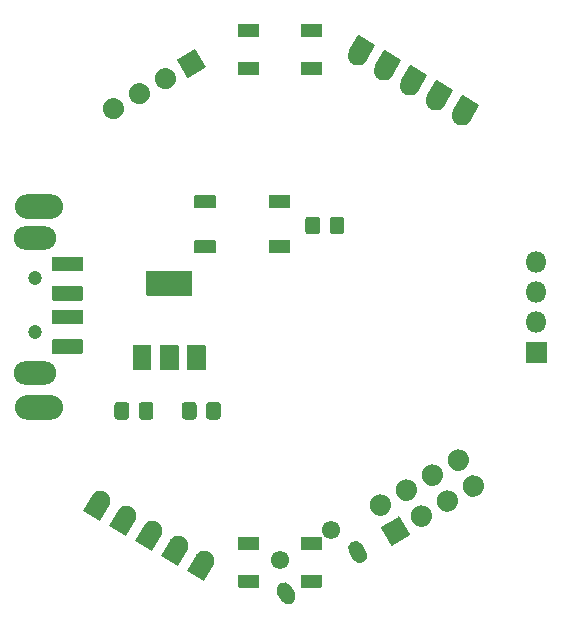
<source format=gbr>
G04 #@! TF.GenerationSoftware,KiCad,Pcbnew,5.1.9-73d0e3b20d~88~ubuntu20.10.1*
G04 #@! TF.CreationDate,2021-03-27T00:21:14+01:00*
G04 #@! TF.ProjectId,esp8266_01,65737038-3236-4365-9f30-312e6b696361,rev?*
G04 #@! TF.SameCoordinates,Original*
G04 #@! TF.FileFunction,Soldermask,Top*
G04 #@! TF.FilePolarity,Negative*
%FSLAX46Y46*%
G04 Gerber Fmt 4.6, Leading zero omitted, Abs format (unit mm)*
G04 Created by KiCad (PCBNEW 5.1.9-73d0e3b20d~88~ubuntu20.10.1) date 2021-03-27 00:21:14*
%MOMM*%
%LPD*%
G01*
G04 APERTURE LIST*
%ADD10C,0.100000*%
%ADD11C,1.552000*%
%ADD12C,1.202000*%
%ADD13O,3.602000X2.002000*%
%ADD14O,1.802000X1.802000*%
G04 APERTURE END LIST*
D10*
G36*
X205395868Y-93176684D02*
G01*
X205388571Y-93183519D01*
X205380081Y-93188798D01*
X205370724Y-93192319D01*
X205360860Y-93193948D01*
X205350868Y-93193621D01*
X205341131Y-93191351D01*
X205332024Y-93187225D01*
X203946384Y-92387225D01*
X203938257Y-92381401D01*
X203931422Y-92374104D01*
X203926143Y-92365614D01*
X203922622Y-92356257D01*
X203920993Y-92346393D01*
X203921320Y-92336401D01*
X203923590Y-92326664D01*
X203927716Y-92317557D01*
X204662716Y-91044500D01*
X204668445Y-91036505D01*
X204683178Y-91010987D01*
X204685891Y-91006781D01*
X204731620Y-90942966D01*
X204734731Y-90939046D01*
X204786495Y-90880020D01*
X204789976Y-90876423D01*
X204847276Y-90822755D01*
X204851092Y-90819517D01*
X204913377Y-90771724D01*
X204917493Y-90768877D01*
X204984161Y-90727419D01*
X204988536Y-90724987D01*
X205058948Y-90690264D01*
X205063540Y-90688273D01*
X205137016Y-90660619D01*
X205141782Y-90659088D01*
X205217615Y-90638769D01*
X205222508Y-90637711D01*
X205299967Y-90624923D01*
X205304939Y-90624351D01*
X205383279Y-90619216D01*
X205388284Y-90619134D01*
X205466750Y-90621704D01*
X205471737Y-90622112D01*
X205549574Y-90632359D01*
X205554498Y-90633255D01*
X205630956Y-90651083D01*
X205635769Y-90652458D01*
X205710111Y-90677694D01*
X205714765Y-90679533D01*
X205786275Y-90711934D01*
X205790727Y-90714220D01*
X205858717Y-90753474D01*
X205862923Y-90756187D01*
X205926738Y-90801916D01*
X205930658Y-90805027D01*
X205989684Y-90856791D01*
X205993281Y-90860272D01*
X206046949Y-90917572D01*
X206050187Y-90921388D01*
X206097980Y-90983673D01*
X206100827Y-90987789D01*
X206142285Y-91054457D01*
X206144717Y-91058832D01*
X206179440Y-91129244D01*
X206181431Y-91133836D01*
X206209085Y-91207312D01*
X206210616Y-91212078D01*
X206230935Y-91287911D01*
X206231993Y-91292804D01*
X206244781Y-91370263D01*
X206245353Y-91375235D01*
X206250488Y-91453575D01*
X206250570Y-91458580D01*
X206248000Y-91537046D01*
X206247592Y-91542033D01*
X206237345Y-91619870D01*
X206236449Y-91624794D01*
X206218621Y-91701252D01*
X206217246Y-91706065D01*
X206192010Y-91780407D01*
X206190171Y-91785061D01*
X206157770Y-91856571D01*
X206155484Y-91861023D01*
X206140751Y-91886541D01*
X206136692Y-91895500D01*
X205401692Y-93168557D01*
X205395868Y-93176684D01*
G37*
G36*
X203196164Y-91906684D02*
G01*
X203188867Y-91913519D01*
X203180377Y-91918798D01*
X203171020Y-91922319D01*
X203161156Y-91923948D01*
X203151164Y-91923621D01*
X203141427Y-91921351D01*
X203132320Y-91917225D01*
X201746680Y-91117225D01*
X201738553Y-91111401D01*
X201731718Y-91104104D01*
X201726439Y-91095614D01*
X201722918Y-91086257D01*
X201721289Y-91076393D01*
X201721616Y-91066401D01*
X201723886Y-91056664D01*
X201728012Y-91047557D01*
X202463012Y-89774500D01*
X202468741Y-89766505D01*
X202483474Y-89740987D01*
X202486187Y-89736781D01*
X202531916Y-89672966D01*
X202535027Y-89669046D01*
X202586791Y-89610020D01*
X202590272Y-89606423D01*
X202647572Y-89552755D01*
X202651388Y-89549517D01*
X202713673Y-89501724D01*
X202717789Y-89498877D01*
X202784457Y-89457419D01*
X202788832Y-89454987D01*
X202859244Y-89420264D01*
X202863836Y-89418273D01*
X202937312Y-89390619D01*
X202942078Y-89389088D01*
X203017911Y-89368769D01*
X203022804Y-89367711D01*
X203100263Y-89354923D01*
X203105235Y-89354351D01*
X203183575Y-89349216D01*
X203188580Y-89349134D01*
X203267046Y-89351704D01*
X203272033Y-89352112D01*
X203349870Y-89362359D01*
X203354794Y-89363255D01*
X203431252Y-89381083D01*
X203436065Y-89382458D01*
X203510407Y-89407694D01*
X203515061Y-89409533D01*
X203586571Y-89441934D01*
X203591023Y-89444220D01*
X203659013Y-89483474D01*
X203663219Y-89486187D01*
X203727034Y-89531916D01*
X203730954Y-89535027D01*
X203789980Y-89586791D01*
X203793577Y-89590272D01*
X203847245Y-89647572D01*
X203850483Y-89651388D01*
X203898276Y-89713673D01*
X203901123Y-89717789D01*
X203942581Y-89784457D01*
X203945013Y-89788832D01*
X203979736Y-89859244D01*
X203981727Y-89863836D01*
X204009381Y-89937312D01*
X204010912Y-89942078D01*
X204031231Y-90017911D01*
X204032289Y-90022804D01*
X204045077Y-90100263D01*
X204045649Y-90105235D01*
X204050784Y-90183575D01*
X204050866Y-90188580D01*
X204048296Y-90267046D01*
X204047888Y-90272033D01*
X204037641Y-90349870D01*
X204036745Y-90354794D01*
X204018917Y-90431252D01*
X204017542Y-90436065D01*
X203992306Y-90510407D01*
X203990467Y-90515061D01*
X203958066Y-90586571D01*
X203955780Y-90591023D01*
X203941047Y-90616541D01*
X203936988Y-90625500D01*
X203201988Y-91898557D01*
X203196164Y-91906684D01*
G37*
G36*
X200996459Y-90636684D02*
G01*
X200989162Y-90643519D01*
X200980672Y-90648798D01*
X200971315Y-90652319D01*
X200961451Y-90653948D01*
X200951459Y-90653621D01*
X200941722Y-90651351D01*
X200932615Y-90647225D01*
X199546975Y-89847225D01*
X199538848Y-89841401D01*
X199532013Y-89834104D01*
X199526734Y-89825614D01*
X199523213Y-89816257D01*
X199521584Y-89806393D01*
X199521911Y-89796401D01*
X199524181Y-89786664D01*
X199528307Y-89777557D01*
X200263307Y-88504500D01*
X200269036Y-88496505D01*
X200283769Y-88470987D01*
X200286482Y-88466781D01*
X200332211Y-88402966D01*
X200335322Y-88399046D01*
X200387086Y-88340020D01*
X200390567Y-88336423D01*
X200447867Y-88282755D01*
X200451683Y-88279517D01*
X200513968Y-88231724D01*
X200518084Y-88228877D01*
X200584752Y-88187419D01*
X200589127Y-88184987D01*
X200659539Y-88150264D01*
X200664131Y-88148273D01*
X200737607Y-88120619D01*
X200742373Y-88119088D01*
X200818206Y-88098769D01*
X200823099Y-88097711D01*
X200900558Y-88084923D01*
X200905530Y-88084351D01*
X200983870Y-88079216D01*
X200988875Y-88079134D01*
X201067341Y-88081704D01*
X201072328Y-88082112D01*
X201150165Y-88092359D01*
X201155089Y-88093255D01*
X201231547Y-88111083D01*
X201236360Y-88112458D01*
X201310702Y-88137694D01*
X201315356Y-88139533D01*
X201386866Y-88171934D01*
X201391318Y-88174220D01*
X201459308Y-88213474D01*
X201463514Y-88216187D01*
X201527329Y-88261916D01*
X201531249Y-88265027D01*
X201590275Y-88316791D01*
X201593872Y-88320272D01*
X201647540Y-88377572D01*
X201650778Y-88381388D01*
X201698571Y-88443673D01*
X201701418Y-88447789D01*
X201742876Y-88514457D01*
X201745308Y-88518832D01*
X201780031Y-88589244D01*
X201782022Y-88593836D01*
X201809676Y-88667312D01*
X201811207Y-88672078D01*
X201831526Y-88747911D01*
X201832584Y-88752804D01*
X201845372Y-88830263D01*
X201845944Y-88835235D01*
X201851079Y-88913575D01*
X201851161Y-88918580D01*
X201848591Y-88997046D01*
X201848183Y-89002033D01*
X201837936Y-89079870D01*
X201837040Y-89084794D01*
X201819212Y-89161252D01*
X201817837Y-89166065D01*
X201792601Y-89240407D01*
X201790762Y-89245061D01*
X201758361Y-89316571D01*
X201756075Y-89321023D01*
X201741342Y-89346541D01*
X201737283Y-89355500D01*
X201002283Y-90628557D01*
X200996459Y-90636684D01*
G37*
G36*
X198796755Y-89366684D02*
G01*
X198789458Y-89373519D01*
X198780968Y-89378798D01*
X198771611Y-89382319D01*
X198761747Y-89383948D01*
X198751755Y-89383621D01*
X198742018Y-89381351D01*
X198732911Y-89377225D01*
X197347271Y-88577225D01*
X197339144Y-88571401D01*
X197332309Y-88564104D01*
X197327030Y-88555614D01*
X197323509Y-88546257D01*
X197321880Y-88536393D01*
X197322207Y-88526401D01*
X197324477Y-88516664D01*
X197328603Y-88507557D01*
X198063603Y-87234500D01*
X198069332Y-87226505D01*
X198084065Y-87200987D01*
X198086778Y-87196781D01*
X198132507Y-87132966D01*
X198135618Y-87129046D01*
X198187382Y-87070020D01*
X198190863Y-87066423D01*
X198248163Y-87012755D01*
X198251979Y-87009517D01*
X198314264Y-86961724D01*
X198318380Y-86958877D01*
X198385048Y-86917419D01*
X198389423Y-86914987D01*
X198459835Y-86880264D01*
X198464427Y-86878273D01*
X198537903Y-86850619D01*
X198542669Y-86849088D01*
X198618502Y-86828769D01*
X198623395Y-86827711D01*
X198700854Y-86814923D01*
X198705826Y-86814351D01*
X198784166Y-86809216D01*
X198789171Y-86809134D01*
X198867637Y-86811704D01*
X198872624Y-86812112D01*
X198950461Y-86822359D01*
X198955385Y-86823255D01*
X199031843Y-86841083D01*
X199036656Y-86842458D01*
X199110998Y-86867694D01*
X199115652Y-86869533D01*
X199187162Y-86901934D01*
X199191614Y-86904220D01*
X199259604Y-86943474D01*
X199263810Y-86946187D01*
X199327625Y-86991916D01*
X199331545Y-86995027D01*
X199390571Y-87046791D01*
X199394168Y-87050272D01*
X199447836Y-87107572D01*
X199451074Y-87111388D01*
X199498867Y-87173673D01*
X199501714Y-87177789D01*
X199543172Y-87244457D01*
X199545604Y-87248832D01*
X199580327Y-87319244D01*
X199582318Y-87323836D01*
X199609972Y-87397312D01*
X199611503Y-87402078D01*
X199631822Y-87477911D01*
X199632880Y-87482804D01*
X199645668Y-87560263D01*
X199646240Y-87565235D01*
X199651375Y-87643575D01*
X199651457Y-87648580D01*
X199648887Y-87727046D01*
X199648479Y-87732033D01*
X199638232Y-87809870D01*
X199637336Y-87814794D01*
X199619508Y-87891252D01*
X199618133Y-87896065D01*
X199592897Y-87970407D01*
X199591058Y-87975061D01*
X199558657Y-88046571D01*
X199556371Y-88051023D01*
X199541638Y-88076541D01*
X199537579Y-88085500D01*
X198802579Y-89358557D01*
X198796755Y-89366684D01*
G37*
G36*
X196597050Y-88096684D02*
G01*
X196589753Y-88103519D01*
X196581263Y-88108798D01*
X196571906Y-88112319D01*
X196562042Y-88113948D01*
X196552050Y-88113621D01*
X196542313Y-88111351D01*
X196533206Y-88107225D01*
X195147566Y-87307225D01*
X195139439Y-87301401D01*
X195132604Y-87294104D01*
X195127325Y-87285614D01*
X195123804Y-87276257D01*
X195122175Y-87266393D01*
X195122502Y-87256401D01*
X195124772Y-87246664D01*
X195128898Y-87237557D01*
X195863898Y-85964500D01*
X195869627Y-85956505D01*
X195884360Y-85930987D01*
X195887073Y-85926781D01*
X195932802Y-85862966D01*
X195935913Y-85859046D01*
X195987677Y-85800020D01*
X195991158Y-85796423D01*
X196048458Y-85742755D01*
X196052274Y-85739517D01*
X196114559Y-85691724D01*
X196118675Y-85688877D01*
X196185343Y-85647419D01*
X196189718Y-85644987D01*
X196260130Y-85610264D01*
X196264722Y-85608273D01*
X196338198Y-85580619D01*
X196342964Y-85579088D01*
X196418797Y-85558769D01*
X196423690Y-85557711D01*
X196501149Y-85544923D01*
X196506121Y-85544351D01*
X196584461Y-85539216D01*
X196589466Y-85539134D01*
X196667932Y-85541704D01*
X196672919Y-85542112D01*
X196750756Y-85552359D01*
X196755680Y-85553255D01*
X196832138Y-85571083D01*
X196836951Y-85572458D01*
X196911293Y-85597694D01*
X196915947Y-85599533D01*
X196987457Y-85631934D01*
X196991909Y-85634220D01*
X197059899Y-85673474D01*
X197064105Y-85676187D01*
X197127920Y-85721916D01*
X197131840Y-85725027D01*
X197190866Y-85776791D01*
X197194463Y-85780272D01*
X197248131Y-85837572D01*
X197251369Y-85841388D01*
X197299162Y-85903673D01*
X197302009Y-85907789D01*
X197343467Y-85974457D01*
X197345899Y-85978832D01*
X197380622Y-86049244D01*
X197382613Y-86053836D01*
X197410267Y-86127312D01*
X197411798Y-86132078D01*
X197432117Y-86207911D01*
X197433175Y-86212804D01*
X197445963Y-86290263D01*
X197446535Y-86295235D01*
X197451670Y-86373575D01*
X197451752Y-86378580D01*
X197449182Y-86457046D01*
X197448774Y-86462033D01*
X197438527Y-86539870D01*
X197437631Y-86544794D01*
X197419803Y-86621252D01*
X197418428Y-86626065D01*
X197393192Y-86700407D01*
X197391353Y-86705061D01*
X197358952Y-86776571D01*
X197356666Y-86781023D01*
X197341933Y-86806541D01*
X197337874Y-86815500D01*
X196602874Y-88088557D01*
X196597050Y-88096684D01*
G37*
G36*
X227202654Y-52073316D02*
G01*
X227209951Y-52066481D01*
X227218441Y-52061202D01*
X227227798Y-52057681D01*
X227237662Y-52056052D01*
X227247654Y-52056379D01*
X227257391Y-52058649D01*
X227266498Y-52062775D01*
X228652138Y-52862775D01*
X228660265Y-52868599D01*
X228667100Y-52875896D01*
X228672379Y-52884386D01*
X228675900Y-52893743D01*
X228677529Y-52903607D01*
X228677202Y-52913599D01*
X228674932Y-52923336D01*
X228670806Y-52932443D01*
X227935806Y-54205500D01*
X227930077Y-54213495D01*
X227915344Y-54239013D01*
X227912631Y-54243219D01*
X227866902Y-54307034D01*
X227863791Y-54310954D01*
X227812027Y-54369980D01*
X227808546Y-54373577D01*
X227751246Y-54427245D01*
X227747430Y-54430483D01*
X227685145Y-54478276D01*
X227681029Y-54481123D01*
X227614361Y-54522581D01*
X227609986Y-54525013D01*
X227539574Y-54559736D01*
X227534982Y-54561727D01*
X227461506Y-54589381D01*
X227456740Y-54590912D01*
X227380907Y-54611231D01*
X227376014Y-54612289D01*
X227298555Y-54625077D01*
X227293583Y-54625649D01*
X227215243Y-54630784D01*
X227210238Y-54630866D01*
X227131772Y-54628296D01*
X227126785Y-54627888D01*
X227048948Y-54617641D01*
X227044024Y-54616745D01*
X226967566Y-54598917D01*
X226962753Y-54597542D01*
X226888411Y-54572306D01*
X226883757Y-54570467D01*
X226812247Y-54538066D01*
X226807795Y-54535780D01*
X226739805Y-54496526D01*
X226735599Y-54493813D01*
X226671784Y-54448084D01*
X226667864Y-54444973D01*
X226608838Y-54393209D01*
X226605241Y-54389728D01*
X226551573Y-54332428D01*
X226548335Y-54328612D01*
X226500542Y-54266327D01*
X226497695Y-54262211D01*
X226456237Y-54195543D01*
X226453805Y-54191168D01*
X226419082Y-54120756D01*
X226417091Y-54116164D01*
X226389437Y-54042688D01*
X226387906Y-54037922D01*
X226367587Y-53962089D01*
X226366529Y-53957196D01*
X226353741Y-53879737D01*
X226353169Y-53874765D01*
X226348034Y-53796425D01*
X226347952Y-53791420D01*
X226350522Y-53712954D01*
X226350930Y-53707967D01*
X226361177Y-53630130D01*
X226362073Y-53625206D01*
X226379901Y-53548748D01*
X226381276Y-53543935D01*
X226406512Y-53469593D01*
X226408351Y-53464939D01*
X226440752Y-53393429D01*
X226443038Y-53388977D01*
X226457771Y-53363459D01*
X226461830Y-53354500D01*
X227196830Y-52081443D01*
X227202654Y-52073316D01*
G37*
G36*
X225002950Y-50803316D02*
G01*
X225010247Y-50796481D01*
X225018737Y-50791202D01*
X225028094Y-50787681D01*
X225037958Y-50786052D01*
X225047950Y-50786379D01*
X225057687Y-50788649D01*
X225066794Y-50792775D01*
X226452434Y-51592775D01*
X226460561Y-51598599D01*
X226467396Y-51605896D01*
X226472675Y-51614386D01*
X226476196Y-51623743D01*
X226477825Y-51633607D01*
X226477498Y-51643599D01*
X226475228Y-51653336D01*
X226471102Y-51662443D01*
X225736102Y-52935500D01*
X225730373Y-52943495D01*
X225715640Y-52969013D01*
X225712927Y-52973219D01*
X225667198Y-53037034D01*
X225664087Y-53040954D01*
X225612323Y-53099980D01*
X225608842Y-53103577D01*
X225551542Y-53157245D01*
X225547726Y-53160483D01*
X225485441Y-53208276D01*
X225481325Y-53211123D01*
X225414657Y-53252581D01*
X225410282Y-53255013D01*
X225339870Y-53289736D01*
X225335278Y-53291727D01*
X225261802Y-53319381D01*
X225257036Y-53320912D01*
X225181203Y-53341231D01*
X225176310Y-53342289D01*
X225098851Y-53355077D01*
X225093879Y-53355649D01*
X225015539Y-53360784D01*
X225010534Y-53360866D01*
X224932068Y-53358296D01*
X224927081Y-53357888D01*
X224849244Y-53347641D01*
X224844320Y-53346745D01*
X224767862Y-53328917D01*
X224763049Y-53327542D01*
X224688707Y-53302306D01*
X224684053Y-53300467D01*
X224612543Y-53268066D01*
X224608091Y-53265780D01*
X224540101Y-53226526D01*
X224535895Y-53223813D01*
X224472080Y-53178084D01*
X224468160Y-53174973D01*
X224409134Y-53123209D01*
X224405537Y-53119728D01*
X224351869Y-53062428D01*
X224348631Y-53058612D01*
X224300838Y-52996327D01*
X224297991Y-52992211D01*
X224256533Y-52925543D01*
X224254101Y-52921168D01*
X224219378Y-52850756D01*
X224217387Y-52846164D01*
X224189733Y-52772688D01*
X224188202Y-52767922D01*
X224167883Y-52692089D01*
X224166825Y-52687196D01*
X224154037Y-52609737D01*
X224153465Y-52604765D01*
X224148330Y-52526425D01*
X224148248Y-52521420D01*
X224150818Y-52442954D01*
X224151226Y-52437967D01*
X224161473Y-52360130D01*
X224162369Y-52355206D01*
X224180197Y-52278748D01*
X224181572Y-52273935D01*
X224206808Y-52199593D01*
X224208647Y-52194939D01*
X224241048Y-52123429D01*
X224243334Y-52118977D01*
X224258067Y-52093459D01*
X224262126Y-52084500D01*
X224997126Y-50811443D01*
X225002950Y-50803316D01*
G37*
G36*
X222803245Y-49533316D02*
G01*
X222810542Y-49526481D01*
X222819032Y-49521202D01*
X222828389Y-49517681D01*
X222838253Y-49516052D01*
X222848245Y-49516379D01*
X222857982Y-49518649D01*
X222867089Y-49522775D01*
X224252729Y-50322775D01*
X224260856Y-50328599D01*
X224267691Y-50335896D01*
X224272970Y-50344386D01*
X224276491Y-50353743D01*
X224278120Y-50363607D01*
X224277793Y-50373599D01*
X224275523Y-50383336D01*
X224271397Y-50392443D01*
X223536397Y-51665500D01*
X223530668Y-51673495D01*
X223515935Y-51699013D01*
X223513222Y-51703219D01*
X223467493Y-51767034D01*
X223464382Y-51770954D01*
X223412618Y-51829980D01*
X223409137Y-51833577D01*
X223351837Y-51887245D01*
X223348021Y-51890483D01*
X223285736Y-51938276D01*
X223281620Y-51941123D01*
X223214952Y-51982581D01*
X223210577Y-51985013D01*
X223140165Y-52019736D01*
X223135573Y-52021727D01*
X223062097Y-52049381D01*
X223057331Y-52050912D01*
X222981498Y-52071231D01*
X222976605Y-52072289D01*
X222899146Y-52085077D01*
X222894174Y-52085649D01*
X222815834Y-52090784D01*
X222810829Y-52090866D01*
X222732363Y-52088296D01*
X222727376Y-52087888D01*
X222649539Y-52077641D01*
X222644615Y-52076745D01*
X222568157Y-52058917D01*
X222563344Y-52057542D01*
X222489002Y-52032306D01*
X222484348Y-52030467D01*
X222412838Y-51998066D01*
X222408386Y-51995780D01*
X222340396Y-51956526D01*
X222336190Y-51953813D01*
X222272375Y-51908084D01*
X222268455Y-51904973D01*
X222209429Y-51853209D01*
X222205832Y-51849728D01*
X222152164Y-51792428D01*
X222148926Y-51788612D01*
X222101133Y-51726327D01*
X222098286Y-51722211D01*
X222056828Y-51655543D01*
X222054396Y-51651168D01*
X222019673Y-51580756D01*
X222017682Y-51576164D01*
X221990028Y-51502688D01*
X221988497Y-51497922D01*
X221968178Y-51422089D01*
X221967120Y-51417196D01*
X221954332Y-51339737D01*
X221953760Y-51334765D01*
X221948625Y-51256425D01*
X221948543Y-51251420D01*
X221951113Y-51172954D01*
X221951521Y-51167967D01*
X221961768Y-51090130D01*
X221962664Y-51085206D01*
X221980492Y-51008748D01*
X221981867Y-51003935D01*
X222007103Y-50929593D01*
X222008942Y-50924939D01*
X222041343Y-50853429D01*
X222043629Y-50848977D01*
X222058362Y-50823459D01*
X222062421Y-50814500D01*
X222797421Y-49541443D01*
X222803245Y-49533316D01*
G37*
G36*
X220603541Y-48263316D02*
G01*
X220610838Y-48256481D01*
X220619328Y-48251202D01*
X220628685Y-48247681D01*
X220638549Y-48246052D01*
X220648541Y-48246379D01*
X220658278Y-48248649D01*
X220667385Y-48252775D01*
X222053025Y-49052775D01*
X222061152Y-49058599D01*
X222067987Y-49065896D01*
X222073266Y-49074386D01*
X222076787Y-49083743D01*
X222078416Y-49093607D01*
X222078089Y-49103599D01*
X222075819Y-49113336D01*
X222071693Y-49122443D01*
X221336693Y-50395500D01*
X221330964Y-50403495D01*
X221316231Y-50429013D01*
X221313518Y-50433219D01*
X221267789Y-50497034D01*
X221264678Y-50500954D01*
X221212914Y-50559980D01*
X221209433Y-50563577D01*
X221152133Y-50617245D01*
X221148317Y-50620483D01*
X221086032Y-50668276D01*
X221081916Y-50671123D01*
X221015248Y-50712581D01*
X221010873Y-50715013D01*
X220940461Y-50749736D01*
X220935869Y-50751727D01*
X220862393Y-50779381D01*
X220857627Y-50780912D01*
X220781794Y-50801231D01*
X220776901Y-50802289D01*
X220699442Y-50815077D01*
X220694470Y-50815649D01*
X220616130Y-50820784D01*
X220611125Y-50820866D01*
X220532659Y-50818296D01*
X220527672Y-50817888D01*
X220449835Y-50807641D01*
X220444911Y-50806745D01*
X220368453Y-50788917D01*
X220363640Y-50787542D01*
X220289298Y-50762306D01*
X220284644Y-50760467D01*
X220213134Y-50728066D01*
X220208682Y-50725780D01*
X220140692Y-50686526D01*
X220136486Y-50683813D01*
X220072671Y-50638084D01*
X220068751Y-50634973D01*
X220009725Y-50583209D01*
X220006128Y-50579728D01*
X219952460Y-50522428D01*
X219949222Y-50518612D01*
X219901429Y-50456327D01*
X219898582Y-50452211D01*
X219857124Y-50385543D01*
X219854692Y-50381168D01*
X219819969Y-50310756D01*
X219817978Y-50306164D01*
X219790324Y-50232688D01*
X219788793Y-50227922D01*
X219768474Y-50152089D01*
X219767416Y-50147196D01*
X219754628Y-50069737D01*
X219754056Y-50064765D01*
X219748921Y-49986425D01*
X219748839Y-49981420D01*
X219751409Y-49902954D01*
X219751817Y-49897967D01*
X219762064Y-49820130D01*
X219762960Y-49815206D01*
X219780788Y-49738748D01*
X219782163Y-49733935D01*
X219807399Y-49659593D01*
X219809238Y-49654939D01*
X219841639Y-49583429D01*
X219843925Y-49578977D01*
X219858658Y-49553459D01*
X219862717Y-49544500D01*
X220597717Y-48271443D01*
X220603541Y-48263316D01*
G37*
G36*
X218403836Y-46993316D02*
G01*
X218411133Y-46986481D01*
X218419623Y-46981202D01*
X218428980Y-46977681D01*
X218438844Y-46976052D01*
X218448836Y-46976379D01*
X218458573Y-46978649D01*
X218467680Y-46982775D01*
X219853320Y-47782775D01*
X219861447Y-47788599D01*
X219868282Y-47795896D01*
X219873561Y-47804386D01*
X219877082Y-47813743D01*
X219878711Y-47823607D01*
X219878384Y-47833599D01*
X219876114Y-47843336D01*
X219871988Y-47852443D01*
X219136988Y-49125500D01*
X219131259Y-49133495D01*
X219116526Y-49159013D01*
X219113813Y-49163219D01*
X219068084Y-49227034D01*
X219064973Y-49230954D01*
X219013209Y-49289980D01*
X219009728Y-49293577D01*
X218952428Y-49347245D01*
X218948612Y-49350483D01*
X218886327Y-49398276D01*
X218882211Y-49401123D01*
X218815543Y-49442581D01*
X218811168Y-49445013D01*
X218740756Y-49479736D01*
X218736164Y-49481727D01*
X218662688Y-49509381D01*
X218657922Y-49510912D01*
X218582089Y-49531231D01*
X218577196Y-49532289D01*
X218499737Y-49545077D01*
X218494765Y-49545649D01*
X218416425Y-49550784D01*
X218411420Y-49550866D01*
X218332954Y-49548296D01*
X218327967Y-49547888D01*
X218250130Y-49537641D01*
X218245206Y-49536745D01*
X218168748Y-49518917D01*
X218163935Y-49517542D01*
X218089593Y-49492306D01*
X218084939Y-49490467D01*
X218013429Y-49458066D01*
X218008977Y-49455780D01*
X217940987Y-49416526D01*
X217936781Y-49413813D01*
X217872966Y-49368084D01*
X217869046Y-49364973D01*
X217810020Y-49313209D01*
X217806423Y-49309728D01*
X217752755Y-49252428D01*
X217749517Y-49248612D01*
X217701724Y-49186327D01*
X217698877Y-49182211D01*
X217657419Y-49115543D01*
X217654987Y-49111168D01*
X217620264Y-49040756D01*
X217618273Y-49036164D01*
X217590619Y-48962688D01*
X217589088Y-48957922D01*
X217568769Y-48882089D01*
X217567711Y-48877196D01*
X217554923Y-48799737D01*
X217554351Y-48794765D01*
X217549216Y-48716425D01*
X217549134Y-48711420D01*
X217551704Y-48632954D01*
X217552112Y-48627967D01*
X217562359Y-48550130D01*
X217563255Y-48545206D01*
X217581083Y-48468748D01*
X217582458Y-48463935D01*
X217607694Y-48389593D01*
X217609533Y-48384939D01*
X217641934Y-48313429D01*
X217644220Y-48308977D01*
X217658953Y-48283459D01*
X217663012Y-48274500D01*
X218398012Y-47001443D01*
X218403836Y-46993316D01*
G37*
G36*
G01*
X189349000Y-61500000D02*
X189349000Y-61500000D01*
G75*
G02*
X190400000Y-60449000I1051000J0D01*
G01*
X192400000Y-60449000D01*
G75*
G02*
X193451000Y-61500000I0J-1051000D01*
G01*
X193451000Y-61500000D01*
G75*
G02*
X192400000Y-62551000I-1051000J0D01*
G01*
X190400000Y-62551000D01*
G75*
G02*
X189349000Y-61500000I0J1051000D01*
G01*
G37*
G36*
G01*
X189349000Y-78500000D02*
X189349000Y-78500000D01*
G75*
G02*
X190400000Y-77449000I1051000J0D01*
G01*
X192400000Y-77449000D01*
G75*
G02*
X193451000Y-78500000I0J-1051000D01*
G01*
X193451000Y-78500000D01*
G75*
G02*
X192400000Y-79551000I-1051000J0D01*
G01*
X190400000Y-79551000D01*
G75*
G02*
X189349000Y-78500000I0J1051000D01*
G01*
G37*
G36*
G01*
X212706220Y-93621391D02*
X213056220Y-94227609D01*
G75*
G02*
X212817937Y-95116892I-563783J-325500D01*
G01*
X212817937Y-95116892D01*
G75*
G02*
X211928654Y-94878609I-325500J563783D01*
G01*
X211578654Y-94272391D01*
G75*
G02*
X211816937Y-93383108I563783J325500D01*
G01*
X211816937Y-93383108D01*
G75*
G02*
X212706220Y-93621391I325500J-563783D01*
G01*
G37*
G36*
G01*
X217990832Y-91378609D02*
X217640832Y-90772391D01*
G75*
G02*
X217879115Y-89883108I563783J325500D01*
G01*
X217879115Y-89883108D01*
G75*
G02*
X218768398Y-90121391I325500J-563783D01*
G01*
X219118398Y-90727609D01*
G75*
G02*
X218880115Y-91616892I-563783J-325500D01*
G01*
X218880115Y-91616892D01*
G75*
G02*
X217990832Y-91378609I-325500J563783D01*
G01*
G37*
D11*
X211833462Y-91411732D03*
X216163590Y-88911732D03*
G36*
G01*
X227356709Y-83752067D02*
X227356709Y-83752067D01*
G75*
G02*
X226107342Y-83417300I-457300J792067D01*
G01*
X226107342Y-83417300D01*
G75*
G02*
X226442109Y-82167933I792067J457300D01*
G01*
X226442109Y-82167933D01*
G75*
G02*
X227691476Y-82502700I457300J-792067D01*
G01*
X227691476Y-82502700D01*
G75*
G02*
X227356709Y-83752067I-792067J-457300D01*
G01*
G37*
G36*
G01*
X228626709Y-85951772D02*
X228626709Y-85951772D01*
G75*
G02*
X227377342Y-85617005I-457300J792067D01*
G01*
X227377342Y-85617005D01*
G75*
G02*
X227712109Y-84367638I792067J457300D01*
G01*
X227712109Y-84367638D01*
G75*
G02*
X228961476Y-84702405I457300J-792067D01*
G01*
X228961476Y-84702405D01*
G75*
G02*
X228626709Y-85951772I-792067J-457300D01*
G01*
G37*
G36*
G01*
X225157004Y-85022067D02*
X225157004Y-85022067D01*
G75*
G02*
X223907637Y-84687300I-457300J792067D01*
G01*
X223907637Y-84687300D01*
G75*
G02*
X224242404Y-83437933I792067J457300D01*
G01*
X224242404Y-83437933D01*
G75*
G02*
X225491771Y-83772700I457300J-792067D01*
G01*
X225491771Y-83772700D01*
G75*
G02*
X225157004Y-85022067I-792067J-457300D01*
G01*
G37*
G36*
G01*
X226427004Y-87221772D02*
X226427004Y-87221772D01*
G75*
G02*
X225177637Y-86887005I-457300J792067D01*
G01*
X225177637Y-86887005D01*
G75*
G02*
X225512404Y-85637638I792067J457300D01*
G01*
X225512404Y-85637638D01*
G75*
G02*
X226761771Y-85972405I457300J-792067D01*
G01*
X226761771Y-85972405D01*
G75*
G02*
X226427004Y-87221772I-792067J-457300D01*
G01*
G37*
G36*
G01*
X222957300Y-86292067D02*
X222957300Y-86292067D01*
G75*
G02*
X221707933Y-85957300I-457300J792067D01*
G01*
X221707933Y-85957300D01*
G75*
G02*
X222042700Y-84707933I792067J457300D01*
G01*
X222042700Y-84707933D01*
G75*
G02*
X223292067Y-85042700I457300J-792067D01*
G01*
X223292067Y-85042700D01*
G75*
G02*
X222957300Y-86292067I-792067J-457300D01*
G01*
G37*
G36*
G01*
X224227300Y-88491772D02*
X224227300Y-88491772D01*
G75*
G02*
X222977933Y-88157005I-457300J792067D01*
G01*
X222977933Y-88157005D01*
G75*
G02*
X223312700Y-86907638I792067J457300D01*
G01*
X223312700Y-86907638D01*
G75*
G02*
X224562067Y-87242405I457300J-792067D01*
G01*
X224562067Y-87242405D01*
G75*
G02*
X224227300Y-88491772I-792067J-457300D01*
G01*
G37*
G36*
G01*
X220757595Y-87562067D02*
X220757595Y-87562067D01*
G75*
G02*
X219508228Y-87227300I-457300J792067D01*
G01*
X219508228Y-87227300D01*
G75*
G02*
X219842995Y-85977933I792067J457300D01*
G01*
X219842995Y-85977933D01*
G75*
G02*
X221092362Y-86312700I457300J-792067D01*
G01*
X221092362Y-86312700D01*
G75*
G02*
X220757595Y-87562067I-792067J-457300D01*
G01*
G37*
G36*
G01*
X222775495Y-89329972D02*
X221279695Y-90193572D01*
G75*
G02*
X221210028Y-90174905I-25500J44167D01*
G01*
X220346428Y-88679105D01*
G75*
G02*
X220365095Y-88609438I44167J25500D01*
G01*
X221860895Y-87745838D01*
G75*
G02*
X221930562Y-87764505I25500J-44167D01*
G01*
X222794162Y-89260305D01*
G75*
G02*
X222775495Y-89329972I-44167J-25500D01*
G01*
G37*
G36*
G01*
X213549000Y-50300000D02*
X213549000Y-49300000D01*
G75*
G02*
X213600000Y-49249000I51000J0D01*
G01*
X215300000Y-49249000D01*
G75*
G02*
X215351000Y-49300000I0J-51000D01*
G01*
X215351000Y-50300000D01*
G75*
G02*
X215300000Y-50351000I-51000J0D01*
G01*
X213600000Y-50351000D01*
G75*
G02*
X213549000Y-50300000I0J51000D01*
G01*
G37*
G36*
G01*
X213549000Y-47100000D02*
X213549000Y-46100000D01*
G75*
G02*
X213600000Y-46049000I51000J0D01*
G01*
X215300000Y-46049000D01*
G75*
G02*
X215351000Y-46100000I0J-51000D01*
G01*
X215351000Y-47100000D01*
G75*
G02*
X215300000Y-47151000I-51000J0D01*
G01*
X213600000Y-47151000D01*
G75*
G02*
X213549000Y-47100000I0J51000D01*
G01*
G37*
G36*
G01*
X208249000Y-50300000D02*
X208249000Y-49300000D01*
G75*
G02*
X208300000Y-49249000I51000J0D01*
G01*
X210000000Y-49249000D01*
G75*
G02*
X210051000Y-49300000I0J-51000D01*
G01*
X210051000Y-50300000D01*
G75*
G02*
X210000000Y-50351000I-51000J0D01*
G01*
X208300000Y-50351000D01*
G75*
G02*
X208249000Y-50300000I0J51000D01*
G01*
G37*
G36*
G01*
X208249000Y-47100000D02*
X208249000Y-46100000D01*
G75*
G02*
X208300000Y-46049000I51000J0D01*
G01*
X210000000Y-46049000D01*
G75*
G02*
X210051000Y-46100000I0J-51000D01*
G01*
X210051000Y-47100000D01*
G75*
G02*
X210000000Y-47151000I-51000J0D01*
G01*
X208300000Y-47151000D01*
G75*
G02*
X208249000Y-47100000I0J51000D01*
G01*
G37*
G36*
G01*
X213549000Y-93700000D02*
X213549000Y-92700000D01*
G75*
G02*
X213600000Y-92649000I51000J0D01*
G01*
X215300000Y-92649000D01*
G75*
G02*
X215351000Y-92700000I0J-51000D01*
G01*
X215351000Y-93700000D01*
G75*
G02*
X215300000Y-93751000I-51000J0D01*
G01*
X213600000Y-93751000D01*
G75*
G02*
X213549000Y-93700000I0J51000D01*
G01*
G37*
G36*
G01*
X213549000Y-90500000D02*
X213549000Y-89500000D01*
G75*
G02*
X213600000Y-89449000I51000J0D01*
G01*
X215300000Y-89449000D01*
G75*
G02*
X215351000Y-89500000I0J-51000D01*
G01*
X215351000Y-90500000D01*
G75*
G02*
X215300000Y-90551000I-51000J0D01*
G01*
X213600000Y-90551000D01*
G75*
G02*
X213549000Y-90500000I0J51000D01*
G01*
G37*
G36*
G01*
X208249000Y-93700000D02*
X208249000Y-92700000D01*
G75*
G02*
X208300000Y-92649000I51000J0D01*
G01*
X210000000Y-92649000D01*
G75*
G02*
X210051000Y-92700000I0J-51000D01*
G01*
X210051000Y-93700000D01*
G75*
G02*
X210000000Y-93751000I-51000J0D01*
G01*
X208300000Y-93751000D01*
G75*
G02*
X208249000Y-93700000I0J51000D01*
G01*
G37*
G36*
G01*
X208249000Y-90500000D02*
X208249000Y-89500000D01*
G75*
G02*
X208300000Y-89449000I51000J0D01*
G01*
X210000000Y-89449000D01*
G75*
G02*
X210051000Y-89500000I0J-51000D01*
G01*
X210051000Y-90500000D01*
G75*
G02*
X210000000Y-90551000I-51000J0D01*
G01*
X208300000Y-90551000D01*
G75*
G02*
X208249000Y-90500000I0J51000D01*
G01*
G37*
G36*
G01*
X210849000Y-65400000D02*
X210849000Y-64400000D01*
G75*
G02*
X210900000Y-64349000I51000J0D01*
G01*
X212600000Y-64349000D01*
G75*
G02*
X212651000Y-64400000I0J-51000D01*
G01*
X212651000Y-65400000D01*
G75*
G02*
X212600000Y-65451000I-51000J0D01*
G01*
X210900000Y-65451000D01*
G75*
G02*
X210849000Y-65400000I0J51000D01*
G01*
G37*
G36*
G01*
X204549000Y-65400000D02*
X204549000Y-64400000D01*
G75*
G02*
X204600000Y-64349000I51000J0D01*
G01*
X206300000Y-64349000D01*
G75*
G02*
X206351000Y-64400000I0J-51000D01*
G01*
X206351000Y-65400000D01*
G75*
G02*
X206300000Y-65451000I-51000J0D01*
G01*
X204600000Y-65451000D01*
G75*
G02*
X204549000Y-65400000I0J51000D01*
G01*
G37*
G36*
G01*
X210849000Y-61600000D02*
X210849000Y-60600000D01*
G75*
G02*
X210900000Y-60549000I51000J0D01*
G01*
X212600000Y-60549000D01*
G75*
G02*
X212651000Y-60600000I0J-51000D01*
G01*
X212651000Y-61600000D01*
G75*
G02*
X212600000Y-61651000I-51000J0D01*
G01*
X210900000Y-61651000D01*
G75*
G02*
X210849000Y-61600000I0J51000D01*
G01*
G37*
G36*
G01*
X204549000Y-61600000D02*
X204549000Y-60600000D01*
G75*
G02*
X204600000Y-60549000I51000J0D01*
G01*
X206300000Y-60549000D01*
G75*
G02*
X206351000Y-60600000I0J-51000D01*
G01*
X206351000Y-61600000D01*
G75*
G02*
X206300000Y-61651000I-51000J0D01*
G01*
X204600000Y-61651000D01*
G75*
G02*
X204549000Y-61600000I0J51000D01*
G01*
G37*
G36*
G01*
X200870000Y-75341000D02*
X199370000Y-75341000D01*
G75*
G02*
X199319000Y-75290000I0J51000D01*
G01*
X199319000Y-73290000D01*
G75*
G02*
X199370000Y-73239000I51000J0D01*
G01*
X200870000Y-73239000D01*
G75*
G02*
X200921000Y-73290000I0J-51000D01*
G01*
X200921000Y-75290000D01*
G75*
G02*
X200870000Y-75341000I-51000J0D01*
G01*
G37*
G36*
G01*
X205470000Y-75341000D02*
X203970000Y-75341000D01*
G75*
G02*
X203919000Y-75290000I0J51000D01*
G01*
X203919000Y-73290000D01*
G75*
G02*
X203970000Y-73239000I51000J0D01*
G01*
X205470000Y-73239000D01*
G75*
G02*
X205521000Y-73290000I0J-51000D01*
G01*
X205521000Y-75290000D01*
G75*
G02*
X205470000Y-75341000I-51000J0D01*
G01*
G37*
G36*
G01*
X203170000Y-75341000D02*
X201670000Y-75341000D01*
G75*
G02*
X201619000Y-75290000I0J51000D01*
G01*
X201619000Y-73290000D01*
G75*
G02*
X201670000Y-73239000I51000J0D01*
G01*
X203170000Y-73239000D01*
G75*
G02*
X203221000Y-73290000I0J-51000D01*
G01*
X203221000Y-75290000D01*
G75*
G02*
X203170000Y-75341000I-51000J0D01*
G01*
G37*
G36*
G01*
X204320000Y-69041000D02*
X200520000Y-69041000D01*
G75*
G02*
X200469000Y-68990000I0J51000D01*
G01*
X200469000Y-66990000D01*
G75*
G02*
X200520000Y-66939000I51000J0D01*
G01*
X204320000Y-66939000D01*
G75*
G02*
X204371000Y-66990000I0J-51000D01*
G01*
X204371000Y-68990000D01*
G75*
G02*
X204320000Y-69041000I-51000J0D01*
G01*
G37*
G36*
G01*
X215999000Y-63578828D02*
X215999000Y-62621172D01*
G75*
G02*
X216271172Y-62349000I272172J0D01*
G01*
X216978828Y-62349000D01*
G75*
G02*
X217251000Y-62621172I0J-272172D01*
G01*
X217251000Y-63578828D01*
G75*
G02*
X216978828Y-63851000I-272172J0D01*
G01*
X216271172Y-63851000D01*
G75*
G02*
X215999000Y-63578828I0J272172D01*
G01*
G37*
G36*
G01*
X213949000Y-63578828D02*
X213949000Y-62621172D01*
G75*
G02*
X214221172Y-62349000I272172J0D01*
G01*
X214928828Y-62349000D01*
G75*
G02*
X215201000Y-62621172I0J-272172D01*
G01*
X215201000Y-63578828D01*
G75*
G02*
X214928828Y-63851000I-272172J0D01*
G01*
X214221172Y-63851000D01*
G75*
G02*
X213949000Y-63578828I0J272172D01*
G01*
G37*
D12*
X191050000Y-67550000D03*
X191050000Y-72150000D03*
D13*
X191050000Y-64150000D03*
X191050000Y-75550000D03*
G36*
G01*
X195101000Y-65800000D02*
X195101000Y-66900000D01*
G75*
G02*
X195050000Y-66951000I-51000J0D01*
G01*
X192550000Y-66951000D01*
G75*
G02*
X192499000Y-66900000I0J51000D01*
G01*
X192499000Y-65800000D01*
G75*
G02*
X192550000Y-65749000I51000J0D01*
G01*
X195050000Y-65749000D01*
G75*
G02*
X195101000Y-65800000I0J-51000D01*
G01*
G37*
G36*
G01*
X195101000Y-72800000D02*
X195101000Y-73900000D01*
G75*
G02*
X195050000Y-73951000I-51000J0D01*
G01*
X192550000Y-73951000D01*
G75*
G02*
X192499000Y-73900000I0J51000D01*
G01*
X192499000Y-72800000D01*
G75*
G02*
X192550000Y-72749000I51000J0D01*
G01*
X195050000Y-72749000D01*
G75*
G02*
X195101000Y-72800000I0J-51000D01*
G01*
G37*
G36*
G01*
X195101000Y-68300000D02*
X195101000Y-69400000D01*
G75*
G02*
X195050000Y-69451000I-51000J0D01*
G01*
X192550000Y-69451000D01*
G75*
G02*
X192499000Y-69400000I0J51000D01*
G01*
X192499000Y-68300000D01*
G75*
G02*
X192550000Y-68249000I51000J0D01*
G01*
X195050000Y-68249000D01*
G75*
G02*
X195101000Y-68300000I0J-51000D01*
G01*
G37*
G36*
G01*
X195101000Y-70300000D02*
X195101000Y-71400000D01*
G75*
G02*
X195050000Y-71451000I-51000J0D01*
G01*
X192550000Y-71451000D01*
G75*
G02*
X192499000Y-71400000I0J51000D01*
G01*
X192499000Y-70300000D01*
G75*
G02*
X192550000Y-70249000I51000J0D01*
G01*
X195050000Y-70249000D01*
G75*
G02*
X195101000Y-70300000I0J-51000D01*
G01*
G37*
D14*
X233500000Y-66220000D03*
X233500000Y-68760000D03*
X233500000Y-71300000D03*
G36*
G01*
X232599000Y-74690000D02*
X232599000Y-72990000D01*
G75*
G02*
X232650000Y-72939000I51000J0D01*
G01*
X234350000Y-72939000D01*
G75*
G02*
X234401000Y-72990000I0J-51000D01*
G01*
X234401000Y-74690000D01*
G75*
G02*
X234350000Y-74741000I-51000J0D01*
G01*
X232650000Y-74741000D01*
G75*
G02*
X232599000Y-74690000I0J51000D01*
G01*
G37*
G36*
G01*
X198150795Y-53990289D02*
X198150795Y-53990289D01*
G75*
G02*
X196920006Y-53660500I-450500J780289D01*
G01*
X196920006Y-53660500D01*
G75*
G02*
X197249795Y-52429711I780289J450500D01*
G01*
X197249795Y-52429711D01*
G75*
G02*
X198480584Y-52759500I450500J-780289D01*
G01*
X198480584Y-52759500D01*
G75*
G02*
X198150795Y-53990289I-780289J-450500D01*
G01*
G37*
G36*
G01*
X200350500Y-52720289D02*
X200350500Y-52720289D01*
G75*
G02*
X199119711Y-52390500I-450500J780289D01*
G01*
X199119711Y-52390500D01*
G75*
G02*
X199449500Y-51159711I780289J450500D01*
G01*
X199449500Y-51159711D01*
G75*
G02*
X200680289Y-51489500I450500J-780289D01*
G01*
X200680289Y-51489500D01*
G75*
G02*
X200350500Y-52720289I-780289J-450500D01*
G01*
G37*
G36*
G01*
X202550204Y-51450289D02*
X202550204Y-51450289D01*
G75*
G02*
X201319415Y-51120500I-450500J780289D01*
G01*
X201319415Y-51120500D01*
G75*
G02*
X201649204Y-49889711I780289J450500D01*
G01*
X201649204Y-49889711D01*
G75*
G02*
X202879993Y-50219500I450500J-780289D01*
G01*
X202879993Y-50219500D01*
G75*
G02*
X202550204Y-51450289I-780289J-450500D01*
G01*
G37*
G36*
G01*
X205486031Y-49755289D02*
X204013787Y-50605289D01*
G75*
G02*
X203944120Y-50586622I-25500J44167D01*
G01*
X203094120Y-49114378D01*
G75*
G02*
X203112787Y-49044711I44167J25500D01*
G01*
X204585031Y-48194711D01*
G75*
G02*
X204654698Y-48213378I25500J-44167D01*
G01*
X205504698Y-49685622D01*
G75*
G02*
X205486031Y-49755289I-44167J-25500D01*
G01*
G37*
G36*
G01*
X199041000Y-78311172D02*
X199041000Y-79268828D01*
G75*
G02*
X198768828Y-79541000I-272172J0D01*
G01*
X198061172Y-79541000D01*
G75*
G02*
X197789000Y-79268828I0J272172D01*
G01*
X197789000Y-78311172D01*
G75*
G02*
X198061172Y-78039000I272172J0D01*
G01*
X198768828Y-78039000D01*
G75*
G02*
X199041000Y-78311172I0J-272172D01*
G01*
G37*
G36*
G01*
X201091000Y-78311172D02*
X201091000Y-79268828D01*
G75*
G02*
X200818828Y-79541000I-272172J0D01*
G01*
X200111172Y-79541000D01*
G75*
G02*
X199839000Y-79268828I0J272172D01*
G01*
X199839000Y-78311172D01*
G75*
G02*
X200111172Y-78039000I272172J0D01*
G01*
X200818828Y-78039000D01*
G75*
G02*
X201091000Y-78311172I0J-272172D01*
G01*
G37*
G36*
G01*
X204741000Y-78311172D02*
X204741000Y-79268828D01*
G75*
G02*
X204468828Y-79541000I-272172J0D01*
G01*
X203761172Y-79541000D01*
G75*
G02*
X203489000Y-79268828I0J272172D01*
G01*
X203489000Y-78311172D01*
G75*
G02*
X203761172Y-78039000I272172J0D01*
G01*
X204468828Y-78039000D01*
G75*
G02*
X204741000Y-78311172I0J-272172D01*
G01*
G37*
G36*
G01*
X206791000Y-78311172D02*
X206791000Y-79268828D01*
G75*
G02*
X206518828Y-79541000I-272172J0D01*
G01*
X205811172Y-79541000D01*
G75*
G02*
X205539000Y-79268828I0J272172D01*
G01*
X205539000Y-78311172D01*
G75*
G02*
X205811172Y-78039000I272172J0D01*
G01*
X206518828Y-78039000D01*
G75*
G02*
X206791000Y-78311172I0J-272172D01*
G01*
G37*
D10*
G36*
X221906794Y-87719337D02*
G01*
X221989639Y-87862830D01*
X221989648Y-87862845D01*
X221989665Y-87862874D01*
X222068684Y-87999739D01*
X222120687Y-88089811D01*
X222202486Y-88231491D01*
X222358228Y-88501244D01*
X222821395Y-89303472D01*
X222820663Y-89306204D01*
X221236528Y-90220805D01*
X221234528Y-90220805D01*
X221233796Y-90220073D01*
X221020881Y-89851293D01*
X220980190Y-89780814D01*
X220980186Y-89780807D01*
X220967647Y-89759089D01*
X220960291Y-89746348D01*
X220800063Y-89468825D01*
X220778346Y-89431210D01*
X220746228Y-89375580D01*
X220745981Y-89375152D01*
X220742234Y-89368662D01*
X220738282Y-89361817D01*
X220733909Y-89354243D01*
X220723369Y-89335987D01*
X220702947Y-89300615D01*
X220697961Y-89291979D01*
X220690990Y-89279905D01*
X220686284Y-89271754D01*
X220319195Y-88635938D01*
X220319195Y-88635670D01*
X220323660Y-88635670D01*
X220689748Y-89269754D01*
X220694454Y-89277905D01*
X220701425Y-89289979D01*
X220706411Y-89298615D01*
X220726833Y-89333987D01*
X220737373Y-89352243D01*
X220741746Y-89359817D01*
X220745698Y-89366662D01*
X220749445Y-89373152D01*
X220749692Y-89373580D01*
X220781810Y-89429210D01*
X220803527Y-89466825D01*
X220963755Y-89744348D01*
X220971111Y-89757089D01*
X220983650Y-89778807D01*
X220983654Y-89778814D01*
X221024345Y-89849293D01*
X221236260Y-90216340D01*
X222816930Y-89303740D01*
X222354764Y-88503244D01*
X222199022Y-88233491D01*
X222117223Y-88091811D01*
X222065220Y-88001739D01*
X221986201Y-87864874D01*
X221986192Y-87864859D01*
X221904330Y-87723070D01*
X220323660Y-88635670D01*
X220319195Y-88635670D01*
X220319195Y-88633938D01*
X220319927Y-88633206D01*
X221904062Y-87718605D01*
X221906062Y-87718605D01*
X221906794Y-87719337D01*
G37*
G36*
X204630930Y-48168210D02*
G01*
X204680950Y-48254848D01*
X204688649Y-48268183D01*
X204693018Y-48275750D01*
X204693022Y-48275757D01*
X204703562Y-48294013D01*
X204740647Y-48358246D01*
X205139285Y-49048707D01*
X205151123Y-49069211D01*
X205179976Y-49119186D01*
X205179980Y-49119193D01*
X205192519Y-49140911D01*
X205381820Y-49468790D01*
X205413938Y-49524420D01*
X205531931Y-49728789D01*
X205531931Y-49730789D01*
X205531199Y-49731521D01*
X203970620Y-50632522D01*
X203968620Y-50632522D01*
X203967888Y-50631790D01*
X203848871Y-50425646D01*
X203840641Y-50411391D01*
X203833346Y-50398756D01*
X203468683Y-49767141D01*
X203447695Y-49730789D01*
X203066887Y-49071211D01*
X203066958Y-49070943D01*
X203071352Y-49070943D01*
X203451159Y-49728789D01*
X203472147Y-49765141D01*
X203836810Y-50396756D01*
X203844105Y-50409391D01*
X203852335Y-50423646D01*
X203970352Y-50628057D01*
X205527466Y-49729057D01*
X205410474Y-49526420D01*
X205378356Y-49470790D01*
X205189055Y-49142911D01*
X205176516Y-49121193D01*
X205176512Y-49121186D01*
X205147659Y-49071211D01*
X205135821Y-49050707D01*
X204737183Y-48360246D01*
X204700098Y-48296013D01*
X204689558Y-48277757D01*
X204689554Y-48277750D01*
X204685185Y-48270183D01*
X204677486Y-48256848D01*
X204628466Y-48171943D01*
X203071352Y-49070943D01*
X203066958Y-49070943D01*
X203067619Y-49068479D01*
X204628198Y-48167478D01*
X204630198Y-48167478D01*
X204630930Y-48168210D01*
G37*
M02*

</source>
